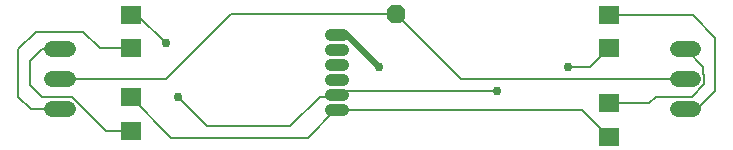
<source format=gbr>
G04 EAGLE Gerber RS-274X export*
G75*
%MOMM*%
%FSLAX34Y34*%
%LPD*%
%INBottom Copper*%
%IPPOS*%
%AMOC8*
5,1,8,0,0,1.08239X$1,22.5*%
G01*
%ADD10C,1.320800*%
%ADD11C,1.008000*%
%ADD12R,1.803000X1.600000*%
%ADD13P,1.732040X8X202.500000*%
%ADD14C,0.152400*%
%ADD15C,0.756400*%
%ADD16C,0.609600*%


D10*
X576604Y49600D02*
X563396Y49600D01*
X563396Y75000D02*
X576604Y75000D01*
X576604Y100400D02*
X563396Y100400D01*
X46604Y49600D02*
X33396Y49600D01*
X33396Y75000D02*
X46604Y75000D01*
X46604Y100400D02*
X33396Y100400D01*
D11*
X269960Y111750D02*
X280040Y111750D01*
X280040Y99050D02*
X269960Y99050D01*
X269960Y86350D02*
X280040Y86350D01*
X280040Y73650D02*
X269960Y73650D01*
X269960Y60950D02*
X280040Y60950D01*
X280040Y48250D02*
X269960Y48250D01*
D12*
X100000Y30780D03*
X100000Y59220D03*
X100000Y100780D03*
X100000Y129220D03*
X505000Y25780D03*
X505000Y54220D03*
X505000Y100780D03*
X505000Y129220D03*
D13*
X325000Y130000D03*
D14*
X380000Y75000D02*
X570000Y75000D01*
X380000Y75000D02*
X325000Y130000D01*
X130000Y75000D02*
X40000Y75000D01*
X185000Y130000D02*
X325000Y130000D01*
X185000Y130000D02*
X130000Y75000D01*
X489220Y85000D02*
X505000Y100780D01*
X489220Y85000D02*
X470000Y85000D01*
D15*
X470000Y85000D03*
X410000Y65000D03*
D14*
X279050Y65000D02*
X275000Y60950D01*
X279050Y65000D02*
X410000Y65000D01*
X275000Y60950D02*
X274050Y60000D01*
X260000Y60000D01*
X235000Y35000D01*
X165000Y35000D02*
X140000Y60000D01*
D15*
X140000Y60000D03*
X130000Y105000D03*
D14*
X105780Y129220D01*
X100000Y129220D01*
X165000Y35000D02*
X235000Y35000D01*
X100000Y30780D02*
X79220Y30780D01*
X50000Y60000D01*
X25000Y60000D01*
X15000Y70000D01*
X25400Y100400D02*
X40000Y100400D01*
X15000Y90000D02*
X15000Y70000D01*
X15000Y90000D02*
X25400Y100400D01*
X74220Y100780D02*
X100000Y100780D01*
X60000Y115000D02*
X20000Y115000D01*
X5000Y100000D01*
X5000Y60000D01*
X15400Y49600D01*
X40000Y49600D01*
X74220Y100780D02*
X60000Y115000D01*
X275000Y48250D02*
X482530Y48250D01*
X505000Y25780D01*
X275000Y48250D02*
X273250Y48250D01*
X250000Y25000D01*
X134220Y25000D02*
X100000Y59220D01*
X134220Y25000D02*
X250000Y25000D01*
X505000Y54220D02*
X539220Y54220D01*
X545000Y60000D01*
X575000Y60000D01*
X585494Y78682D02*
X585000Y79176D01*
X585494Y70494D02*
X575000Y60000D01*
X585494Y70494D02*
X585494Y78682D01*
X585000Y85400D02*
X570000Y100400D01*
X585000Y85400D02*
X585000Y79176D01*
X575780Y129220D02*
X505000Y129220D01*
X575780Y129220D02*
X595000Y110000D01*
X595000Y65000D01*
X579600Y49600D01*
X570000Y49600D01*
D15*
X310000Y85000D03*
D16*
X283250Y111750D01*
X275000Y111750D01*
M02*

</source>
